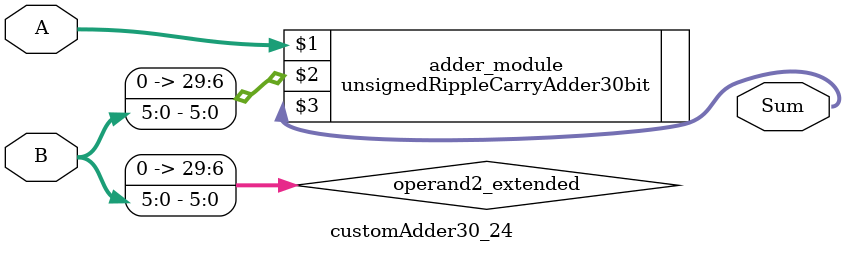
<source format=v>

module customAdder30_24(
                    input [29 : 0] A,
                    input [5 : 0] B,
                    
                    output [30 : 0] Sum
            );

    wire [29 : 0] operand2_extended;
    
    assign operand2_extended =  {24'b0, B};
    
    unsignedRippleCarryAdder30bit adder_module(
        A,
        operand2_extended,
        Sum
    );
    
endmodule
        
</source>
